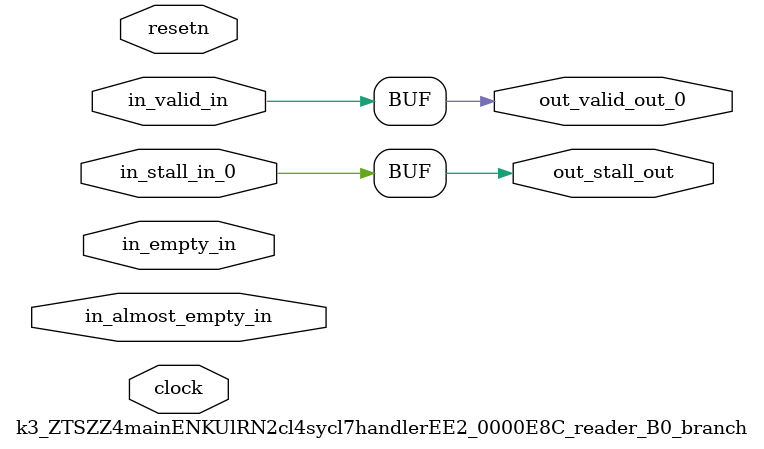
<source format=sv>



(* altera_attribute = "-name AUTO_SHIFT_REGISTER_RECOGNITION OFF; -name MESSAGE_DISABLE 10036; -name MESSAGE_DISABLE 10037; -name MESSAGE_DISABLE 14130; -name MESSAGE_DISABLE 14320; -name MESSAGE_DISABLE 15400; -name MESSAGE_DISABLE 14130; -name MESSAGE_DISABLE 10036; -name MESSAGE_DISABLE 12020; -name MESSAGE_DISABLE 12030; -name MESSAGE_DISABLE 12010; -name MESSAGE_DISABLE 12110; -name MESSAGE_DISABLE 14320; -name MESSAGE_DISABLE 13410; -name MESSAGE_DISABLE 113007; -name MESSAGE_DISABLE 10958" *)
module k3_ZTSZZ4mainENKUlRN2cl4sycl7handlerEE2_0000E8C_reader_B0_branch (
    input wire [0:0] in_almost_empty_in,
    input wire [0:0] in_empty_in,
    input wire [0:0] in_stall_in_0,
    input wire [0:0] in_valid_in,
    output wire [0:0] out_stall_out,
    output wire [0:0] out_valid_out_0,
    input wire clock,
    input wire resetn
    );

    reg [0:0] rst_sync_rst_sclrn;


    // out_stall_out(GPOUT,6)
    assign out_stall_out = in_stall_in_0;

    // out_valid_out_0(GPOUT,7)
    assign out_valid_out_0 = in_valid_in;

    // rst_sync(RESETSYNC,8)
    acl_reset_handler #(
        .ASYNC_RESET(0),
        .USE_SYNCHRONIZER(1),
        .PULSE_EXTENSION(0),
        .PIPE_DEPTH(3),
        .DUPLICATE(1)
    ) therst_sync (
        .clk(clock),
        .i_resetn(resetn),
        .o_sclrn(rst_sync_rst_sclrn)
    );

endmodule

</source>
